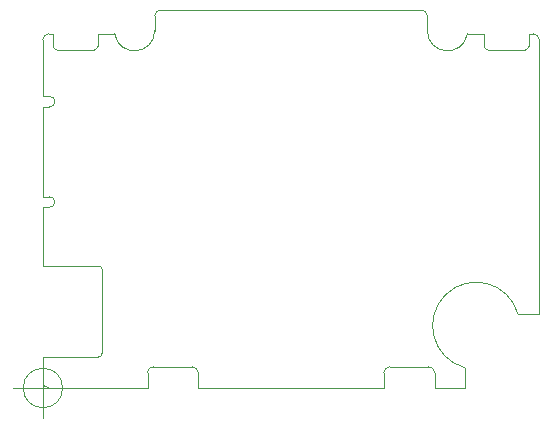
<source format=gbr>
G04 #@! TF.GenerationSoftware,KiCad,Pcbnew,5.1.5+dfsg1-2build2*
G04 #@! TF.CreationDate,2020-11-28T22:40:57+01:00*
G04 #@! TF.ProjectId,FunKey,46756e4b-6579-42e6-9b69-6361645f7063,E*
G04 #@! TF.SameCoordinates,Original*
G04 #@! TF.FileFunction,Profile,NP*
%FSLAX46Y46*%
G04 Gerber Fmt 4.6, Leading zero omitted, Abs format (unit mm)*
G04 Created by KiCad (PCBNEW 5.1.5+dfsg1-2build2) date 2020-11-28 22:40:57*
%MOMM*%
%LPD*%
G04 APERTURE LIST*
%ADD10C,0.050000*%
%ADD11C,0.001000*%
G04 APERTURE END LIST*
D10*
X77866666Y-76200000D02*
G75*
G03X77866666Y-76200000I-1666666J0D01*
G01*
X73700000Y-76200000D02*
X78700000Y-76200000D01*
X76200000Y-73700000D02*
X76200000Y-78700000D01*
X77866666Y-76200000D02*
G75*
G03X77866666Y-76200000I-1666666J0D01*
G01*
X73700000Y-76200000D02*
X78700000Y-76200000D01*
X76200000Y-73700000D02*
X76200000Y-78700000D01*
D11*
X76200000Y-60900000D02*
X76200000Y-65873000D01*
X76200000Y-52400000D02*
X76200000Y-60000000D01*
X76200000Y-60900000D02*
X76750000Y-60900000D01*
X76750000Y-60900000D02*
G75*
G03X76750000Y-60000000I0J450000D01*
G01*
X76750000Y-60000000D02*
X76200000Y-60000000D01*
X76200000Y-52400000D02*
X76750000Y-52400000D01*
X76750000Y-52400000D02*
G75*
G03X76750000Y-51500000I0J450000D01*
G01*
X76750000Y-51500000D02*
X76200000Y-51500000D01*
X76200000Y-46700000D02*
X76200000Y-51500000D01*
X76700000Y-46200000D02*
G75*
G03X76200000Y-46700000I0J-500000D01*
G01*
X82268668Y-46200000D02*
X80850000Y-46200000D01*
X77050000Y-46200000D02*
X76700000Y-46200000D01*
X82268667Y-46200002D02*
G75*
G03X85650000Y-45950000I1681389J250484D01*
G01*
X85650000Y-45950000D02*
X85650000Y-44700000D01*
X86150000Y-44200000D02*
G75*
G03X85650000Y-44700000I0J-500000D01*
G01*
X108250000Y-44200000D02*
X86150000Y-44200000D01*
X108750000Y-44700000D02*
G75*
G03X108250000Y-44200000I-500000J0D01*
G01*
X108750000Y-44700000D02*
X108750000Y-45950000D01*
X108749998Y-45950000D02*
G75*
G03X112131359Y-46200000I1699958J484D01*
G01*
X117700000Y-46200000D02*
X117350000Y-46200000D01*
X113550000Y-46200000D02*
X112131359Y-46200000D01*
X118200000Y-46700000D02*
G75*
G03X117700000Y-46200000I-500000J0D01*
G01*
X118200000Y-69950000D02*
X118200000Y-46700000D01*
X109350000Y-76200000D02*
X111900000Y-76200000D01*
X109350000Y-76200000D02*
X109350000Y-74900000D01*
X109350000Y-74900000D02*
G75*
G03X108850000Y-74400000I-500000J0D01*
G01*
X108850000Y-74400000D02*
X105550000Y-74400000D01*
X105550000Y-74400000D02*
G75*
G03X105050000Y-74900000I0J-500000D01*
G01*
X105050000Y-74900000D02*
X105050000Y-76200000D01*
X89350000Y-76200000D02*
X105050000Y-76200000D01*
X89350000Y-74900000D02*
X89350000Y-76200000D01*
X89350000Y-74900000D02*
G75*
G03X88850000Y-74400000I-500000J0D01*
G01*
X85550000Y-74400000D02*
X88850000Y-74400000D01*
X85550000Y-74400000D02*
G75*
G03X85050000Y-74900000I0J-500000D01*
G01*
X85050000Y-76200000D02*
X85050000Y-74900000D01*
X76700000Y-76200000D02*
X85050000Y-76200000D01*
X76200000Y-75700000D02*
G75*
G03X76700000Y-76200000I500000J0D01*
G01*
X76200000Y-73573000D02*
X76200000Y-75700000D01*
X80900000Y-73573000D02*
X76200000Y-73573000D01*
X80900000Y-73573000D02*
G75*
G03X81200000Y-73273000I0J300000D01*
G01*
X81200000Y-66173000D02*
X81200000Y-73273000D01*
X81200000Y-66173000D02*
G75*
G03X80900000Y-65873000I-300000J0D01*
G01*
X76200000Y-65873000D02*
X80900000Y-65873000D01*
D10*
X111900000Y-76200000D02*
X111900000Y-74470000D01*
D11*
X116420000Y-69950000D02*
X118200000Y-69950000D01*
D10*
X116419999Y-69950001D02*
G75*
G03X111900000Y-74470000I-3549999J-970000D01*
G01*
X113550000Y-46200000D02*
X113550000Y-47250000D01*
X113850000Y-47550000D02*
G75*
G02X113550000Y-47250000I0J300000D01*
G01*
X113850000Y-47550000D02*
X117050000Y-47550000D01*
X117350000Y-47250000D02*
G75*
G02X117050000Y-47550000I-300000J0D01*
G01*
X117350000Y-47250000D02*
X117350000Y-46200000D01*
X77050000Y-46200000D02*
X77050000Y-47250000D01*
X77350000Y-47550000D02*
G75*
G02X77050000Y-47250000I0J300000D01*
G01*
X77350000Y-47550000D02*
X80550000Y-47550000D01*
X80850000Y-47250000D02*
G75*
G02X80550000Y-47550000I-300000J0D01*
G01*
X80850000Y-47250000D02*
X80850000Y-46200000D01*
M02*

</source>
